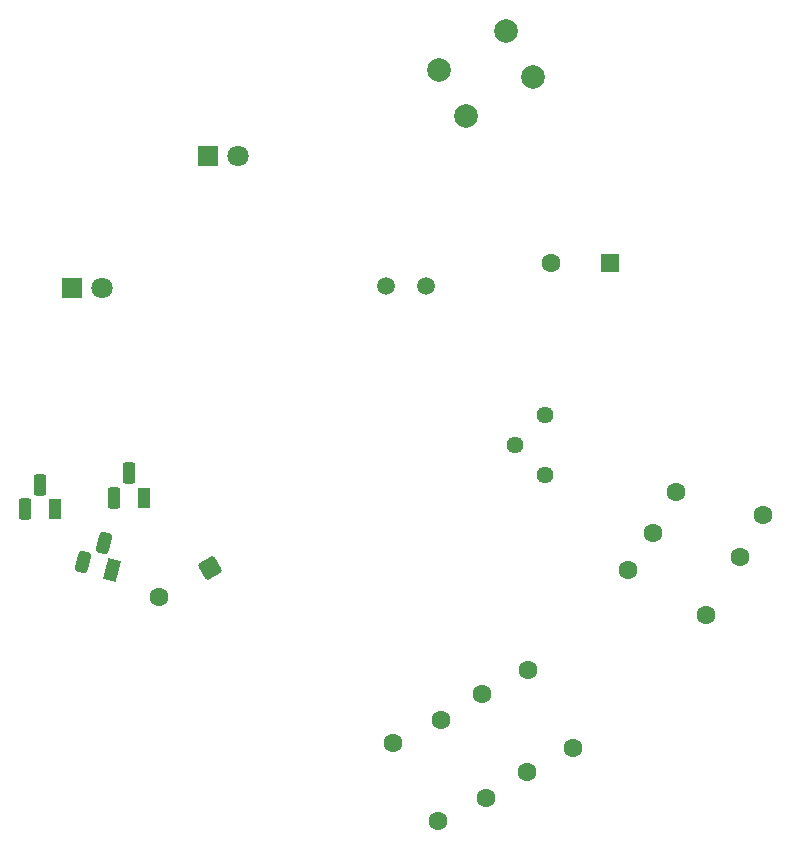
<source format=gbr>
%TF.GenerationSoftware,KiCad,Pcbnew,9.0.2*%
%TF.CreationDate,2025-06-05T20:51:45-04:00*%
%TF.ProjectId,solder-2nd-attempt,736f6c64-6572-42d3-926e-642d61747465,rev?*%
%TF.SameCoordinates,Original*%
%TF.FileFunction,Soldermask,Top*%
%TF.FilePolarity,Negative*%
%FSLAX46Y46*%
G04 Gerber Fmt 4.6, Leading zero omitted, Abs format (unit mm)*
G04 Created by KiCad (PCBNEW 9.0.2) date 2025-06-05 20:51:45*
%MOMM*%
%LPD*%
G01*
G04 APERTURE LIST*
G04 Aperture macros list*
%AMRoundRect*
0 Rectangle with rounded corners*
0 $1 Rounding radius*
0 $2 $3 $4 $5 $6 $7 $8 $9 X,Y pos of 4 corners*
0 Add a 4 corners polygon primitive as box body*
4,1,4,$2,$3,$4,$5,$6,$7,$8,$9,$2,$3,0*
0 Add four circle primitives for the rounded corners*
1,1,$1+$1,$2,$3*
1,1,$1+$1,$4,$5*
1,1,$1+$1,$6,$7*
1,1,$1+$1,$8,$9*
0 Add four rect primitives between the rounded corners*
20,1,$1+$1,$2,$3,$4,$5,0*
20,1,$1+$1,$4,$5,$6,$7,0*
20,1,$1+$1,$6,$7,$8,$9,0*
20,1,$1+$1,$8,$9,$2,$3,0*%
%AMRotRect*
0 Rectangle, with rotation*
0 The origin of the aperture is its center*
0 $1 length*
0 $2 width*
0 $3 Rotation angle, in degrees counterclockwise*
0 Add horizontal line*
21,1,$1,$2,0,0,$3*%
G04 Aperture macros list end*
%ADD10C,1.600000*%
%ADD11R,1.800000X1.800000*%
%ADD12C,1.800000*%
%ADD13C,1.500000*%
%ADD14C,2.000000*%
%ADD15RoundRect,0.250000X0.201314X0.751314X-0.751314X0.201314X-0.201314X-0.751314X0.751314X-0.201314X0*%
%ADD16R,1.100000X1.800000*%
%ADD17RoundRect,0.275000X0.275000X0.625000X-0.275000X0.625000X-0.275000X-0.625000X0.275000X-0.625000X0*%
%ADD18RotRect,1.100000X1.800000X165.000000*%
%ADD19RoundRect,0.275000X0.427392X0.532528X-0.103868X0.674879X-0.427392X-0.532528X0.103868X-0.674879X0*%
%ADD20C,1.440000*%
%ADD21RoundRect,0.250000X0.550000X0.550000X-0.550000X0.550000X-0.550000X-0.550000X0.550000X-0.550000X0*%
G04 APERTURE END LIST*
D10*
%TO.C,R2*%
X109979700Y-159891100D03*
X102619345Y-157918899D03*
%TD*%
%TO.C,R7*%
X88500000Y-180299600D03*
X84690000Y-173700486D03*
%TD*%
D11*
%TO.C,D1*%
X53460000Y-137191200D03*
D12*
X56000000Y-137191200D03*
%TD*%
D13*
%TO.C,R3*%
X80000000Y-137000000D03*
X83400000Y-137000000D03*
%TD*%
D10*
%TO.C,R1*%
X111979700Y-156391100D03*
X104619345Y-154418899D03*
%TD*%
%TO.C,R5*%
X95905000Y-176099100D03*
X92095000Y-169499986D03*
%TD*%
D11*
%TO.C,D2*%
X65000000Y-126000000D03*
D12*
X67540000Y-126000000D03*
%TD*%
D10*
%TO.C,R4*%
X100500000Y-161000000D03*
X107099114Y-164810000D03*
%TD*%
%TO.C,R6*%
X92000000Y-178099100D03*
X88190000Y-171499986D03*
%TD*%
%TO.C,R8*%
X84405000Y-182299600D03*
X80595000Y-175700486D03*
%TD*%
D14*
%TO.C,SW1*%
X92439600Y-119323600D03*
X86810435Y-122573600D03*
X90189600Y-115426486D03*
X84560434Y-118676486D03*
%TD*%
D15*
%TO.C,C1*%
X65165100Y-160820600D03*
D10*
X60834973Y-163320600D03*
%TD*%
D16*
%TO.C,Q1*%
X59540000Y-154900000D03*
D17*
X58270000Y-152830000D03*
X57000000Y-154900000D03*
%TD*%
D16*
%TO.C,Q3*%
X52040000Y-155900000D03*
D17*
X50770000Y-153830000D03*
X49500000Y-155900000D03*
%TD*%
D18*
%TO.C,Q2*%
X56849972Y-161043770D03*
D19*
X56159002Y-158715604D03*
X54396520Y-160386370D03*
%TD*%
D20*
%TO.C,RV1*%
X93500000Y-153000000D03*
X90960000Y-150460000D03*
X93500000Y-147920000D03*
%TD*%
D21*
%TO.C,C2*%
X99000000Y-135000000D03*
D10*
X94000000Y-135000000D03*
%TD*%
M02*

</source>
